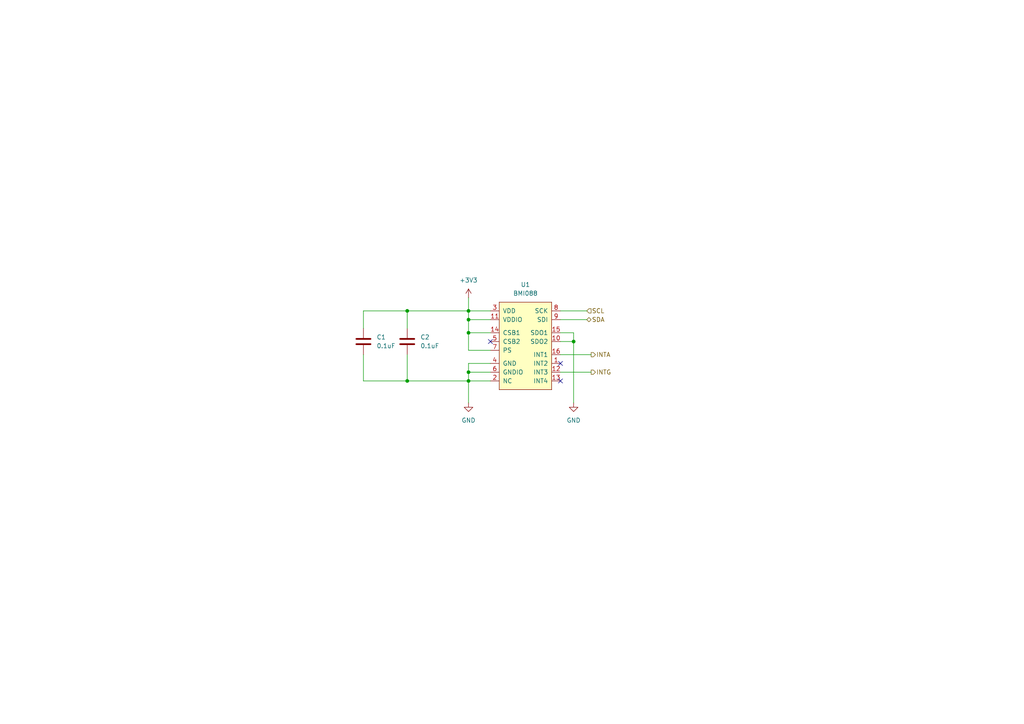
<source format=kicad_sch>
(kicad_sch (version 20211123) (generator eeschema)
  (paper "A4")
  (title_block (title "OceanAI") (date "2022-07-25") (rev "2"))
  (lib_symbols
    (symbol "Device:C" (pin_numbers hide) (pin_names (offset 0.254))
      (property "Reference" "C" (at 0.635 2.54 0))
      (property "Value" "C" (at 0.635 -2.54 0))
      (symbol "C_0_1"
        (polyline (pts (xy -2.032 -0.762) (xy 2.032 -0.762)) (stroke (width 0.508)))
        (polyline (pts (xy -2.032 0.762) (xy 2.032 0.762)) (stroke (width 0.508)))
      )
      (symbol "C_1_1"
        (pin passive line (at 0 3.81 270) (length 2.794) (name "~") (number "1"))
        (pin passive line (at 0 -3.81 90) (length 2.794) (name "~") (number "2"))
      )
    )
    (symbol "TBC_Sensors:BMI088" (pin_names (offset 1.016))
      (property "Reference" "U1" (at 0 17.78 0))
      (property "Value" "BMI088" (at 0 15.24 0))
      (symbol "BMI088_0_1"
        (rectangle (start -7.62 12.7) (end 7.62 -12.7) (fill (type background)))
      )
      (symbol "BMI088_1_1"
        (pin bidirectional line (at 10.16 -5.08 180) (length 2.54) (name "INT2") (number "1"))
        (pin bidirectional line (at 10.16 1.27 180) (length 2.54) (name "SDO2") (number "10"))
        (pin power_in line (at -10.16 7.62 0) (length 2.54) (name "VDDIO") (number "11"))
        (pin output line (at 10.16 -7.62 180) (length 2.54) (name "INT3") (number "12"))
        (pin output line (at 10.16 -10.16 180) (length 2.54) (name "INT4") (number "13"))
        (pin input line (at -10.16 3.81 0) (length 2.54) (name "CSB1") (number "14"))
        (pin bidirectional line (at 10.16 3.81 180) (length 2.54) (name "SDO1") (number "15"))
        (pin bidirectional line (at 10.16 -2.54 180) (length 2.54) (name "INT1") (number "16"))
        (pin unspecified line (at -10.16 -10.16 0) (length 2.54) (name "NC") (number "2"))
        (pin power_in line (at -10.16 10.16 0) (length 2.54) (name "VDD") (number "3"))
        (pin unspecified line (at -10.16 -5.08 0) (length 2.54) (name "GND") (number "4"))
        (pin input line (at -10.16 1.27 0) (length 2.54) (name "CSB2") (number "5"))
        (pin unspecified line (at -10.16 -7.62 0) (length 2.54) (name "GNDIO") (number "6"))
        (pin input line (at -10.16 -1.27 0) (length 2.54) (name "PS") (number "7"))
        (pin input line (at 10.16 10.16 180) (length 2.54) (name "SCK") (number "8"))
        (pin bidirectional line (at 10.16 7.62 180) (length 2.54) (name "SDI") (number "9"))
      )
    )
    (symbol "power:+3.3V" (power) (pin_names (offset 0))
      (property "Value" "+3.3V" (at 0 3.556 0))
      (symbol "+3.3V_0_1"
        (polyline (pts (xy -0.762 1.27) (xy 0 2.54)))
        (polyline (pts (xy 0 0) (xy 0 2.54)))
        (polyline (pts (xy 0 2.54) (xy 0.762 1.27)))
      )
      (symbol "+3.3V_1_1"
        (pin power_in line (at 0 0 90) (length 0) hide (name "+3V3") (number "1"))
      )
    )
    (symbol "power:GND" (power) (pin_names (offset 0))
      (property "Value" "GND" (at 0 -3.81 0))
      (symbol "GND_0_1"
        (polyline (pts (xy 0 0) (xy 0 -1.27) (xy 1.27 -1.27) (xy 0 -2.54) (xy -1.27 -1.27) (xy 0 -1.27)))
      )
      (symbol "GND_1_1"
        (pin power_in line (at 0 0 270) (length 0) hide (name "GND") (number "1"))
      )
    )
  )
  (junction (at 135.89 92.71))
  (junction (at 166.37 99.06))
  (junction (at 118.11 110.49))
  (junction (at 118.11 90.17))
  (junction (at 135.89 107.95))
  (junction (at 135.89 110.49))
  (junction (at 135.89 96.52))
  (junction (at 135.89 90.17))
  (no_connect (at 142.24 99.06))
  (no_connect (at 162.56 105.41))
  (no_connect (at 162.56 110.49))
  (wire (pts (xy 162.56 102.87) (xy 171.45 102.87)))
  (wire (pts (xy 142.24 107.95) (xy 135.89 107.95)))
  (wire (pts (xy 135.89 107.95) (xy 135.89 110.49)))
  (wire (pts (xy 166.37 96.52) (xy 166.37 99.06)))
  (wire (pts (xy 135.89 86.36) (xy 135.89 90.17)))
  (wire (pts (xy 135.89 110.49) (xy 135.89 116.84)))
  (wire (pts (xy 135.89 96.52) (xy 135.89 92.71)))
  (wire (pts (xy 118.11 102.87) (xy 118.11 110.49)))
  (wire (pts (xy 142.24 110.49) (xy 135.89 110.49)))
  (wire (pts (xy 135.89 105.41) (xy 135.89 107.95)))
  (wire (pts (xy 162.56 90.17) (xy 170.18 90.17)))
  (wire (pts (xy 135.89 90.17) (xy 142.24 90.17)))
  (wire (pts (xy 166.37 99.06) (xy 166.37 116.84)))
  (wire (pts (xy 118.11 90.17) (xy 135.89 90.17)))
  (wire (pts (xy 135.89 101.6) (xy 135.89 96.52)))
  (wire (pts (xy 162.56 96.52) (xy 166.37 96.52)))
  (wire (pts (xy 142.24 101.6) (xy 135.89 101.6)))
  (wire (pts (xy 162.56 92.71) (xy 170.18 92.71)))
  (wire (pts (xy 162.56 107.95) (xy 171.45 107.95)))
  (wire (pts (xy 105.41 110.49) (xy 118.11 110.49)))
  (wire (pts (xy 118.11 95.25) (xy 118.11 90.17)))
  (wire (pts (xy 135.89 90.17) (xy 135.89 92.71)))
  (wire (pts (xy 142.24 105.41) (xy 135.89 105.41)))
  (wire (pts (xy 162.56 99.06) (xy 166.37 99.06)))
  (wire (pts (xy 105.41 95.25) (xy 105.41 90.17)))
  (wire (pts (xy 105.41 102.87) (xy 105.41 110.49)))
  (wire (pts (xy 135.89 96.52) (xy 142.24 96.52)))
  (wire (pts (xy 135.89 92.71) (xy 142.24 92.71)))
  (wire (pts (xy 105.41 90.17) (xy 118.11 90.17)))
  (wire (pts (xy 118.11 110.49) (xy 135.89 110.49)))
  (hierarchical_label "SDA" (shape bidirectional) (at 170.18 92.71 0))
  (hierarchical_label "INTG" (shape output) (at 171.45 107.95 0))
  (hierarchical_label "INTA" (shape output) (at 171.45 102.87 0))
  (hierarchical_label "SCL" (shape input) (at 170.18 90.17 0))
  (symbol (lib_id "Device:C") (at 118.11 99.06 0) (unit 1)
    (property "Reference" "C2" (at 121.92 97.7899 0) (effects (justify left)))
    (property "Value" "0.1uF" (at 121.92 100.3299 0) (effects (justify left)))
    (property "Footprint" "Capacitor_SMD:C_0603_1608Metric" (effects hide))
  )
  (symbol (lib_id "power:+3.3V") (at 135.89 86.36 0) (unit 1)
    (property "Reference" "#PWR01" (effects hide))
    (property "Value" "+3.3V" (at 135.89 81.28 0))
  )
  (symbol (lib_id "TBC_Sensors:BMI088") (at 152.4 100.33 0) (unit 1)
    (property "Reference" "U1" (at 152.4 82.55 0))
    (property "Value" "BMI088" (at 152.4 85.09 0))
    (property "Footprint" "BMI088:PQFN50P450X300X100-16N" (effects hide))
  )
  (symbol (lib_id "power:GND") (at 166.37 116.84 0) (unit 1)
    (property "Reference" "#PWR03" (effects hide))
    (property "Value" "GND" (at 166.37 121.92 0))
  )
  (symbol (lib_id "Device:C") (at 105.41 99.06 0) (unit 1)
    (property "Reference" "C1" (at 109.22 97.7899 0) (effects (justify left)))
    (property "Value" "0.1uF" (at 109.22 100.3299 0) (effects (justify left)))
    (property "Footprint" "Capacitor_SMD:C_0603_1608Metric" (effects hide))
  )
  (symbol (lib_id "power:GND") (at 135.89 116.84 0) (unit 1)
    (property "Reference" "#PWR02" (effects hide))
    (property "Value" "GND" (at 135.89 121.92 0))
  )
)
</source>
